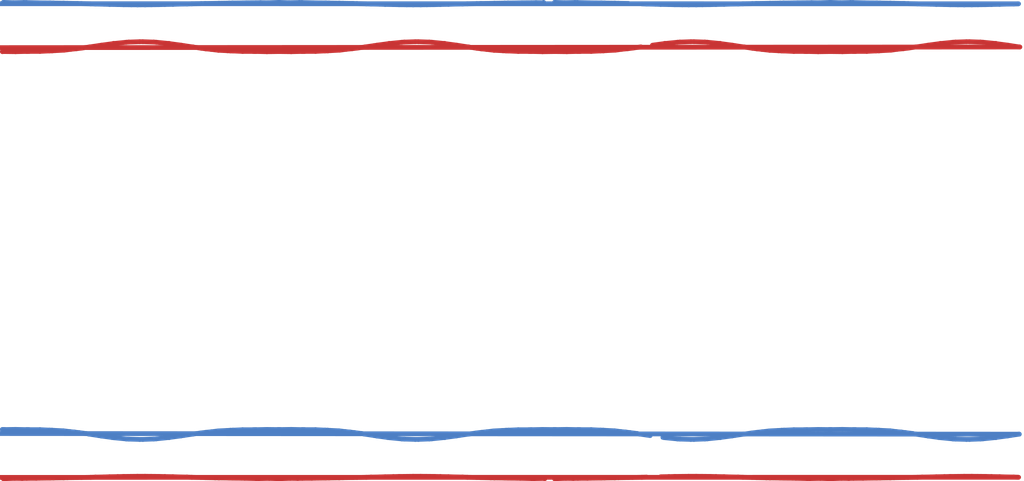
<source format=kicad_pcb>
(kicad_pcb
	(version 20240108)
	(generator "pcbnew")
	(generator_version "8.0")
	(general
		(thickness 1.6)
		(legacy_teardrops no)
	)
	(paper "A4")
	(layers
		(0 "F.Cu" signal)
		(31 "B.Cu" signal)
		(32 "B.Adhes" user "B.Adhesive")
		(33 "F.Adhes" user "F.Adhesive")
		(34 "B.Paste" user)
		(35 "F.Paste" user)
		(36 "B.SilkS" user "B.Silkscreen")
		(37 "F.SilkS" user "F.Silkscreen")
		(38 "B.Mask" user)
		(39 "F.Mask" user)
		(40 "Dwgs.User" user "User.Drawings")
		(41 "Cmts.User" user "User.Comments")
		(42 "Eco1.User" user "User.Eco1")
		(43 "Eco2.User" user "User.Eco2")
		(44 "Edge.Cuts" user)
		(45 "Margin" user)
		(46 "B.CrtYd" user "B.Courtyard")
		(47 "F.CrtYd" user "F.Courtyard")
		(48 "B.Fab" user)
		(49 "F.Fab" user)
	)
	(setup
		(pad_to_mask_clearance 0)
		(allow_soldermask_bridges_in_footprints no)
		(pcbplotparams
			(layerselection 0x00010fc_80000001)
			(plot_on_all_layers_selection 0x0000000_00000000)
			(disableapertmacros no)
			(usegerberextensions no)
			(usegerberattributes yes)
			(usegerberadvancedattributes yes)
			(creategerberjobfile yes)
			(dashed_line_dash_ratio 12.000000)
			(dashed_line_gap_ratio 3.000000)
			(svgprecision 4)
			(plotframeref yes)
			(viasonmask no)
			(mode 1)
			(useauxorigin no)
			(hpglpennumber 1)
			(hpglpenspeed 20)
			(hpglpendiameter 15.000000)
			(pdf_front_fp_property_popups yes)
			(pdf_back_fp_property_popups yes)
			(dxfpolygonmode yes)
			(dxfimperialunits yes)
			(dxfusepcbnewfont yes)
			(psnegative no)
			(psa4output no)
			(plotreference yes)
			(plotvalue yes)
			(plotfptext yes)
			(plotinvisibletext no)
			(sketchpadsonfab no)
			(subtractmaskfromsilk no)
			(outputformat 1)
			(mirror no)
			(drillshape 1)
			(scaleselection 1)
			(outputdirectory "")
		)
	)
	(net 1 "")
    (segment (start 237.79 495.8467) (end 254.99 495.55) (width 10.00) (layer F.Cu) (net 1))
    (segment (start 254.99 495.5496) (end 267.19 495.22) (width 10.00) (layer F.Cu) (net 1))
    (segment (start 267.19 495.2151) (end 283.47 495.05) (width 10.00) (layer F.Cu) (net 1))
    (segment (start 283.47 495.0452) (end 296.33 494.90) (width 10.00) (layer F.Cu) (net 1))
    (segment (start 296.33 494.9045) (end 312.23 494.89) (width 10.00) (layer F.Cu) (net 1))
    (segment (start 312.23 494.8867) (end 325.16 494.99) (width 10.00) (layer F.Cu) (net 1))
    (segment (start 325.16 494.9878) (end 341.32 495.13) (width 10.00) (layer F.Cu) (net 1))
    (segment (start 341.32 495.1268) (end 353.69 495.44) (width 10.00) (layer F.Cu) (net 1))
    (segment (start 353.69 495.4408) (end 370.71 495.73) (width 10.00) (layer F.Cu) (net 1))
    (segment (start 370.71 495.7271) (end 382.02 496.16) (width 10.00) (layer F.Cu) (net 1))
    (segment (start 382.02 496.1568) (end 400.28 496.55) (width 10.00) (layer F.Cu) (net 1))
    (segment (start 400.28 496.5473) (end 410.28 496.96) (width 10.00) (layer F.Cu) (net 1))
    (segment (start 410.28 496.9648) (end 429.89 497.41) (width 10.00) (layer F.Cu) (net 1))
    (segment (start 429.89 497.4101) (end 438.54 497.78) (width 10.00) (layer F.Cu) (net 1))
    (segment (start 438.54 497.7753) (end 459.38 498.12) (width 10.00) (layer F.Cu) (net 1))
    (segment (start 459.38 498.1218) (end 467.05 498.28) (width 10.00) (layer F.Cu) (net 1))
    (segment (start 467.05 498.2812) (end 488.62 498.53) (width 10.00) (layer F.Cu) (net 1))
    (segment (start 488.62 498.5309) (end 495.35 498.78) (width 10.00) (layer F.Cu) (net 1))
    (segment (start 495.35 498.7843) (end 514.70 498.92) (width 10.00) (layer F.Cu) (net 1))
    (segment (start 514.70 498.9199) (end 521.28 499.06) (width 10.00) (layer F.Cu) (net 1))
    (segment (start 521.28 499.0629) (end 545.11 499.64) (width 10.00) (layer F.Cu) (net 1))
    (segment (start 545.11 499.6387) (end 547.92 499.49) (width 10.00) (layer F.Cu) (net 1))
    (segment (start 547.92 499.4855) (end 550.58 499.73) (width 10.00) (layer F.Cu) (net 1))
    (segment (start 550.58 499.7278) (end 572.66 499.25) (width 10.00) (layer F.Cu) (net 1))
    (segment (start 572.66 499.2537) (end 593.44 500.00) (width 10.00) (layer F.Cu) (net 1))
    (segment (start 593.44 499.9965) (end 593.57 499.99) (width 10.00) (layer F.Cu) (net 1))
    (segment (start 593.57 499.9901) (end 593.67 500.00) (width 10.00) (layer F.Cu) (net 1))
    (segment (start 593.67 499.9961) (end 617.10 499.16) (width 10.00) (layer F.Cu) (net 1))
    (segment (start 617.10 499.1601) (end 632.27 499.39) (width 10.00) (layer F.Cu) (net 1))
    (segment (start 632.27 499.3947) (end 642.14 499.15) (width 10.00) (layer F.Cu) (net 1))
    (segment (start 642.14 499.1455) (end 662.24 499.06) (width 10.00) (layer F.Cu) (net 1))
    (segment (start 662.24 499.0583) (end 668.87 498.87) (width 10.00) (layer F.Cu) (net 1))
    (segment (start 668.87 498.8654) (end 690.95 498.60) (width 10.00) (layer F.Cu) (net 1))
    (segment (start 690.95 498.6031) (end 698.11 498.42) (width 10.00) (layer F.Cu) (net 1))
    (segment (start 698.11 498.4159) (end 719.44 498.13) (width 10.00) (layer F.Cu) (net 1))
    (segment (start 719.44 498.1265) (end 727.38 497.93) (width 10.00) (layer F.Cu) (net 1))
    (segment (start 727.38 497.9318) (end 747.92 497.63) (width 10.00) (layer F.Cu) (net 1))
    (segment (start 747.92 497.6322) (end 756.72 497.35) (width 10.00) (layer F.Cu) (net 1))
    (segment (start 756.72 497.3475) (end 776.28 496.99) (width 10.00) (layer F.Cu) (net 1))
    (segment (start 776.28 496.9947) (end 786.18 496.63) (width 10.00) (layer F.Cu) (net 1))
    (segment (start 786.18 496.6253) (end 804.57 496.26) (width 10.00) (layer F.Cu) (net 1))
    (segment (start 804.57 496.2644) (end 815.68 495.85) (width 10.00) (layer F.Cu) (net 1))
    (segment (start 815.68 495.8501) (end 832.88 495.55) (width 10.00) (layer F.Cu) (net 1))
    (segment (start 832.88 495.5527) (end 845.08 495.22) (width 10.00) (layer F.Cu) (net 1))
    (segment (start 845.08 495.2182) (end 861.36 495.05) (width 10.00) (layer F.Cu) (net 1))
    (segment (start 861.36 495.0481) (end 874.22 494.91) (width 10.00) (layer F.Cu) (net 1))
    (segment (start 874.22 494.9068) (end 890.12 494.89) (width 10.00) (layer F.Cu) (net 1))
    (segment (start 890.12 494.8884) (end 903.05 494.99) (width 10.00) (layer F.Cu) (net 1))
    (segment (start 903.05 494.9884) (end 919.21 495.13) (width 10.00) (layer F.Cu) (net 1))
    (segment (start 919.21 495.1265) (end 931.58 495.44) (width 10.00) (layer F.Cu) (net 1))
    (segment (start 931.58 495.4393) (end 948.60 495.72) (width 10.00) (layer F.Cu) (net 1))
    (segment (start 948.60 495.7248) (end 959.92 496.15) (width 10.00) (layer F.Cu) (net 1))
    (segment (start 959.92 496.1539) (end 978.17 496.54) (width 10.00) (layer F.Cu) (net 1))
    (segment (start 978.17 496.5438) (end 988.18 496.96) (width 10.00) (layer F.Cu) (net 1))
    (segment (start 988.18 496.9615) (end 1007.79 497.41) (width 10.00) (layer F.Cu) (net 1))
    (segment (start 1007.79 497.4071) (end 1016.45 497.77) (width 10.00) (layer F.Cu) (net 1))
    (segment (start 1016.45 497.7729) (end 1037.28 498.12) (width 10.00) (layer F.Cu) (net 1))
    (segment (start 1037.28 498.1202) (end 1044.96 498.28) (width 10.00) (layer F.Cu) (net 1))
    (segment (start 1044.96 498.2804) (end 1066.53 498.53) (width 10.00) (layer F.Cu) (net 1))
    (segment (start 1066.53 498.5311) (end 1073.29 498.79) (width 10.00) (layer F.Cu) (net 1))
    (segment (start 1073.29 498.7851) (end 1092.60 498.92) (width 10.00) (layer F.Cu) (net 1))
    (segment (start 1092.60 498.9213) (end 1099.25 499.06) (width 10.00) (layer F.Cu) (net 1))
    (segment (start 1099.25 499.0646) (end 1123.01 499.64) (width 10.00) (layer F.Cu) (net 1))
    (segment (start 1123.01 499.6405) (end 1125.92 499.49) (width 10.00) (layer F.Cu) (net 1))
    (segment (start 1125.92 499.4874) (end 1128.45 499.73) (width 10.00) (layer F.Cu) (net 1))
    (segment (start 1128.45 499.7293) (end 1150.65 499.25) (width 10.00) (layer F.Cu) (net 1))
    (segment (start 1150.65 499.2541) (end 1150.65 499.99) (width 10.00) (layer F.Cu) (net 1))
    (segment (start -1140.54 499.9947) (end -1140.43 499.99) (width 10.00) (layer F.Cu) (net 1))
    (segment (start -1140.43 499.9881) (end -1140.29 499.99) (width 10.00) (layer F.Cu) (net 1))
    (segment (start -1140.29 499.9943) (end -1116.80 499.16) (width 10.00) (layer F.Cu) (net 1))
    (segment (start -1116.80 499.1552) (end -1101.35 499.39) (width 10.00) (layer F.Cu) (net 1))
    (segment (start -1101.35 499.3882) (end -1091.58 499.14) (width 10.00) (layer F.Cu) (net 1))
    (segment (start -1091.58 499.1366) (end -1071.54 499.05) (width 10.00) (layer F.Cu) (net 1))
    (segment (start -1071.54 499.0475) (end -1064.88 498.85) (width 10.00) (layer F.Cu) (net 1))
    (segment (start -1064.88 498.8530) (end -1042.81 498.59) (width 10.00) (layer F.Cu) (net 1))
    (segment (start -1042.81 498.5895) (end -1035.62 498.40) (width 10.00) (layer F.Cu) (net 1))
    (segment (start -1035.62 498.4011) (end -1014.30 498.11) (width 10.00) (layer F.Cu) (net 1))
    (segment (start -1014.30 498.1114) (end -1006.33 497.92) (width 10.00) (layer F.Cu) (net 1))
    (segment (start -1006.33 497.9158) (end -985.81 497.62) (width 10.00) (layer F.Cu) (net 1))
    (segment (start -985.81 497.6163) (end -976.97 497.33) (width 10.00) (layer F.Cu) (net 1))
    (segment (start -976.97 497.3305) (end -957.43 496.98) (width 10.00) (layer F.Cu) (net 1))
    (segment (start -957.43 496.9781) (end -947.49 496.61) (width 10.00) (layer F.Cu) (net 1))
    (segment (start -947.49 496.6076) (end -929.12 496.25) (width 10.00) (layer F.Cu) (net 1))
    (segment (start -929.12 496.2472) (end -917.98 495.83) (width 10.00) (layer F.Cu) (net 1))
    (segment (start -917.98 495.8321) (end -900.80 495.54) (width 10.00) (layer F.Cu) (net 1))
    (segment (start -900.80 495.5357) (end -888.57 495.20) (width 10.00) (layer F.Cu) (net 1))
    (segment (start -888.57 495.2015) (end -872.32 495.03) (width 10.00) (layer F.Cu) (net 1))
    (segment (start -872.32 495.0327) (end -859.43 494.89) (width 10.00) (layer F.Cu) (net 1))
    (segment (start -859.43 494.8934) (end -843.55 494.88) (width 10.00) (layer F.Cu) (net 1))
    (segment (start -843.55 494.8768) (end -830.61 494.98) (width 10.00) (layer F.Cu) (net 1))
    (segment (start -830.61 494.9802) (end -814.46 495.12) (width 10.00) (layer F.Cu) (net 1))
    (segment (start -814.46 495.1207) (end -802.08 495.44) (width 10.00) (layer F.Cu) (net 1))
    (segment (start -802.08 495.4374) (end -785.07 495.73) (width 10.00) (layer F.Cu) (net 1))
    (segment (start -785.07 495.7257) (end -773.76 496.16) (width 10.00) (layer F.Cu) (net 1))
    (segment (start -773.76 496.1580) (end -755.51 496.55) (width 10.00) (layer F.Cu) (net 1))
    (segment (start -755.51 496.5507) (end -745.52 496.97) (width 10.00) (layer F.Cu) (net 1))
    (segment (start -745.52 496.9700) (end -725.91 497.42) (width 10.00) (layer F.Cu) (net 1))
    (segment (start -725.91 497.4174) (end -717.28 497.78) (width 10.00) (layer F.Cu) (net 1))
    (segment (start -717.28 497.7833) (end -696.44 498.13) (width 10.00) (layer F.Cu) (net 1))
    (segment (start -696.44 498.1313) (end -688.78 498.29) (width 10.00) (layer F.Cu) (net 1))
    (segment (start -688.78 498.2910) (end -667.21 498.54) (width 10.00) (layer F.Cu) (net 1))
    (segment (start -667.21 498.5411) (end -660.54 498.79) (width 10.00) (layer F.Cu) (net 1))
    (segment (start -660.54 498.7939) (end -641.10 498.93) (width 10.00) (layer F.Cu) (net 1))
    (segment (start -641.10 498.9290) (end -634.66 499.07) (width 10.00) (layer F.Cu) (net 1))
    (segment (start -634.66 499.0712) (end -610.67 499.65) (width 10.00) (layer F.Cu) (net 1))
    (segment (start -610.67 499.6453) (end -608.07 499.49) (width 10.00) (layer F.Cu) (net 1))
    (segment (start -608.07 499.4923) (end -605.18 499.73) (width 10.00) (layer F.Cu) (net 1))
    (segment (start -605.18 499.7330) (end -583.33 499.26) (width 10.00) (layer F.Cu) (net 1))
    (segment (start -583.33 499.2560) (end -562.55 499.99) (width 10.00) (layer F.Cu) (net 1))
    (segment (start -562.55 499.9950) (end -562.43 499.99) (width 10.00) (layer F.Cu) (net 1))
    (segment (start -562.43 499.9884) (end -562.30 499.99) (width 10.00) (layer F.Cu) (net 1))
    (segment (start -562.30 499.9946) (end -538.83 499.15) (width 10.00) (layer F.Cu) (net 1))
    (segment (start -538.83 499.1544) (end -523.48 499.39) (width 10.00) (layer F.Cu) (net 1))
    (segment (start -523.48 499.3874) (end -513.67 499.14) (width 10.00) (layer F.Cu) (net 1))
    (segment (start -513.67 499.1362) (end -493.62 499.05) (width 10.00) (layer F.Cu) (net 1))
    (segment (start -493.62 499.0479) (end -486.96 498.85) (width 10.00) (layer F.Cu) (net 1))
    (segment (start -486.96 498.8541) (end -464.89 498.59) (width 10.00) (layer F.Cu) (net 1))
    (segment (start -464.89 498.5920) (end -457.71 498.40) (width 10.00) (layer F.Cu) (net 1))
    (segment (start -457.71 498.4046) (end -436.39 498.12) (width 10.00) (layer F.Cu) (net 1))
    (segment (start -436.39 498.1161) (end -428.43 497.92) (width 10.00) (layer F.Cu) (net 1))
    (segment (start -428.43 497.9215) (end -407.90 497.62) (width 10.00) (layer F.Cu) (net 1))
    (segment (start -407.90 497.6229) (end -399.07 497.34) (width 10.00) (layer F.Cu) (net 1))
    (segment (start -399.07 497.3383) (end -379.52 496.99) (width 10.00) (layer F.Cu) (net 1))
    (segment (start -379.52 496.9865) (end -369.61 496.62) (width 10.00) (layer F.Cu) (net 1))
    (segment (start -369.61 496.6174) (end -351.22 496.26) (width 10.00) (layer F.Cu) (net 1))
    (segment (start -351.22 496.2576) (end -340.09 495.84) (width 10.00) (layer F.Cu) (net 1))
    (segment (start -340.09 495.8441) (end -322.91 495.55) (width 10.00) (layer F.Cu) (net 1))
    (segment (start -322.91 495.5479) (end -310.70 495.21) (width 10.00) (layer F.Cu) (net 1))
    (segment (start -310.70 495.2146) (end -294.42 495.05) (width 10.00) (layer F.Cu) (net 1))
    (segment (start -294.42 495.0456) (end -281.55 494.91) (width 10.00) (layer F.Cu) (net 1))
    (segment (start -281.55 494.9058) (end -265.65 494.89) (width 10.00) (layer F.Cu) (net 1))
    (segment (start -265.65 494.8885) (end -252.73 494.99) (width 10.00) (layer F.Cu) (net 1))
    (segment (start -252.73 494.9901) (end -236.56 495.13) (width 10.00) (layer F.Cu) (net 1))
    (segment (start -236.56 495.1293) (end -224.20 495.44) (width 10.00) (layer F.Cu) (net 1))
    (segment (start -224.20 495.4436) (end -207.18 495.73) (width 10.00) (layer F.Cu) (net 1))
    (segment (start -207.18 495.7305) (end -195.87 496.16) (width 10.00) (layer F.Cu) (net 1))
    (segment (start -195.87 496.1606) (end -177.61 496.55) (width 10.00) (layer F.Cu) (net 1))
    (segment (start -177.61 496.5519) (end -167.62 496.97) (width 10.00) (layer F.Cu) (net 1))
    (segment (start -167.62 496.9698) (end -148.01 497.42) (width 10.00) (layer F.Cu) (net 1))
    (segment (start -148.01 497.4163) (end -139.37 497.78) (width 10.00) (layer F.Cu) (net 1))
    (segment (start -139.37 497.7817) (end -118.53 498.13) (width 10.00) (layer F.Cu) (net 1))
    (segment (start -118.53 498.1294) (end -110.87 498.29) (width 10.00) (layer F.Cu) (net 1))
    (segment (start -110.87 498.2891) (end -89.29 498.54) (width 10.00) (layer F.Cu) (net 1))
    (segment (start -89.29 498.5396) (end -82.60 498.79) (width 10.00) (layer F.Cu) (net 1))
    (segment (start -82.60 498.7927) (end -63.20 498.93) (width 10.00) (layer F.Cu) (net 1))
    (segment (start -63.20 498.9283) (end -56.69 499.07) (width 10.00) (layer F.Cu) (net 1))
    (segment (start -56.69 499.0708) (end -32.77 499.65) (width 10.00) (layer F.Cu) (net 1))
    (segment (start -32.77 499.6457) (end -30.08 499.49) (width 10.00) (layer F.Cu) (net 1))
    (segment (start -30.08 499.4928) (end -27.31 499.73) (width 10.00) (layer F.Cu) (net 1))
    (segment (start -27.31 499.7337) (end -5.33 499.26) (width 10.00) (layer F.Cu) (net 1))
    (segment (start -5.33 499.2573) (end -5.33 500.00) (width 10.00) (layer F.Cu) (net 1))
    (segment (start 15.45 499.9975) (end 15.57 499.99) (width 10.00) (layer F.Cu) (net 1))
    (segment (start 15.57 499.9913) (end 15.68 500.00) (width 10.00) (layer F.Cu) (net 1))
    (segment (start 15.68 499.9972) (end 39.13 499.16) (width 10.00) (layer F.Cu) (net 1))
    (segment (start 39.13 499.1582) (end 54.39 499.39) (width 10.00) (layer F.Cu) (net 1))
    (segment (start 54.39 499.3919) (end 64.23 499.14) (width 10.00) (layer F.Cu) (net 1))
    (segment (start 64.23 499.1415) (end 84.31 499.05) (width 10.00) (layer F.Cu) (net 1))
    (segment (start 84.31 499.0536) (end 90.95 498.86) (width 10.00) (layer F.Cu) (net 1))
    (segment (start 90.95 498.8602) (end 113.03 498.60) (width 10.00) (layer F.Cu) (net 1))
    (segment (start 113.03 498.5978) (end 120.20 498.41) (width 10.00) (layer F.Cu) (net 1))
    (segment (start 120.20 498.4105) (end 141.53 498.12) (width 10.00) (layer F.Cu) (net 1))
    (segment (start 141.53 498.1216) (end 149.47 497.93) (width 10.00) (layer F.Cu) (net 1))
    (segment (start 149.47 497.9269) (end 170.01 497.63) (width 10.00) (layer F.Cu) (net 1))
    (segment (start 170.01 497.6279) (end 178.82 497.34) (width 10.00) (layer F.Cu) (net 1))
    (segment (start 178.82 497.3433) (end 198.38 496.99) (width 10.00) (layer F.Cu) (net 1))
    (segment (start 198.38 496.9910) (end 208.29 496.62) (width 10.00) (layer F.Cu) (net 1))
    (segment (start 196.41 -406.5910) (end 178.78 -404.00) (width 10.00) (layer F.Cu) (net 1))
    (segment (start 178.78 -403.9952) (end 168.94 -402.76) (width 10.00) (layer F.Cu) (net 1))
    (segment (start 168.94 -402.7621) (end 156.29 -401.55) (width 10.00) (layer F.Cu) (net 1))
    (segment (start 156.29 -401.5532) (end 143.07 -399.69) (width 10.00) (layer F.Cu) (net 1))
    (segment (start 143.07 -399.6868) (end 123.92 -398.73) (width 10.00) (layer F.Cu) (net 1))
    (segment (start 123.92 -398.7298) (end 117.54 -398.28) (width 10.00) (layer F.Cu) (net 1))
    (segment (start 117.54 -398.2848) (end 111.55 -398.12) (width 10.00) (layer F.Cu) (net 1))
    (segment (start 111.55 -398.1150) (end 92.05 -397.11) (width 10.00) (layer F.Cu) (net 1))
    (segment (start 92.05 -397.1098) (end 69.24 -397.09) (width 10.00) (layer F.Cu) (net 1))
    (segment (start 69.24 -397.0946) (end 66.56 -397.03) (width 10.00) (layer F.Cu) (net 1))
    (segment (start 66.56 -397.0284) (end 63.51 -397.00) (width 10.00) (layer F.Cu) (net 1))
    (segment (start 63.51 -397.0037) (end 41.06 -396.47) (width 10.00) (layer F.Cu) (net 1))
    (segment (start 41.06 -396.4699) (end 17.52 -396.76) (width 10.00) (layer F.Cu) (net 1))
    (segment (start 17.52 -396.7602) (end 15.57 -396.74) (width 10.00) (layer F.Cu) (net 1))
    (segment (start 15.57 -396.7430) (end 13.20 -396.75) (width 10.00) (layer F.Cu) (net 1))
    (segment (start 13.20 -396.7538) (end -9.92 -396.43) (width 10.00) (layer F.Cu) (net 1))
    (segment (start -9.92 -396.4285) (end -33.05 -396.94) (width 10.00) (layer F.Cu) (net 1))
    (segment (start -33.05 -396.9436) (end -35.42 -396.96) (width 10.00) (layer F.Cu) (net 1))
    (segment (start -35.42 -396.9645) (end -38.49 -397.02) (width 10.00) (layer F.Cu) (net 1))
    (segment (start -38.49 -397.0224) (end -60.91 -397.03) (width 10.00) (layer F.Cu) (net 1))
    (segment (start -60.91 -397.0301) (end -81.65 -397.99) (width 10.00) (layer F.Cu) (net 1))
    (segment (start -81.65 -397.9852) (end -86.34 -398.14) (width 10.00) (layer F.Cu) (net 1))
    (segment (start -86.34 -398.1363) (end -92.95 -398.50) (width 10.00) (layer F.Cu) (net 1))
    (segment (start -92.95 -398.5031) (end -111.74 -399.42) (width 10.00) (layer F.Cu) (net 1))
    (segment (start -111.74 -399.4233) (end -127.56 -401.34) (width 10.00) (layer F.Cu) (net 1))
    (segment (start -127.56 -401.3404) (end -138.21 -402.48) (width 10.00) (layer F.Cu) (net 1))
    (segment (start -138.21 -402.4825) (end -148.02 -403.73) (width 10.00) (layer F.Cu) (net 1))
    (segment (start -148.02 -403.7261) (end -164.80 -406.33) (width 10.00) (layer F.Cu) (net 1))
    (segment (start -164.80 -406.3290) (end -183.23 -409.04) (width 10.00) (layer F.Cu) (net 1))
    (segment (start -183.23 -409.0413) (end -189.44 -410.09) (width 10.00) (layer F.Cu) (net 1))
    (segment (start -189.44 -410.0886) (end -213.49 -413.31) (width 10.00) (layer F.Cu) (net 1))
    (segment (start -213.49 -413.3141) (end -215.39 -413.63) (width 10.00) (layer F.Cu) (net 1))
    (segment (start -215.39 -413.6259) (end -215.94 -413.68) (width 10.00) (layer F.Cu) (net 1))
    (segment (start -215.94 -413.6844) (end -242.20 -416.33) (width 10.00) (layer F.Cu) (net 1))
    (segment (start -242.20 -416.3287) (end -247.30 -416.62) (width 10.00) (layer F.Cu) (net 1))
    (segment (start -247.30 -416.6228) (end -270.24 -417.43) (width 10.00) (layer F.Cu) (net 1))
    (segment (start -270.24 -417.4261) (end -276.87 -417.43) (width 10.00) (layer F.Cu) (net 1))
    (segment (start -276.87 -417.4319) (end -299.78 -416.60) (width 10.00) (layer F.Cu) (net 1))
    (segment (start -299.78 -416.5978) (end -304.84 -416.31) (width 10.00) (layer F.Cu) (net 1))
    (segment (start -304.84 -416.3139) (end -330.97 -413.65) (width 10.00) (layer F.Cu) (net 1))
    (segment (start -330.97 -413.6512) (end -331.47 -413.60) (width 10.00) (layer F.Cu) (net 1))
    (segment (start -331.47 -413.5984) (end -333.56 -413.31) (width 10.00) (layer F.Cu) (net 1))
    (segment (start -333.56 -413.3141) (end -357.36 -410.12) (width 10.00) (layer F.Cu) (net 1))
    (segment (start -357.36 -410.1218) (end -363.87 -409.07) (width 10.00) (layer F.Cu) (net 1))
    (segment (start -363.87 -409.0659) (end -381.45 -406.57) (width 10.00) (layer F.Cu) (net 1))
    (segment (start -381.45 -406.5716) (end -399.09 -403.97) (width 10.00) (layer F.Cu) (net 1))
    (segment (start -399.09 -403.9722) (end -409.00 -402.74) (width 10.00) (layer F.Cu) (net 1))
    (segment (start -409.00 -402.7443) (end -421.22 -401.54) (width 10.00) (layer F.Cu) (net 1))
    (segment (start -421.22 -401.5407) (end -434.92 -399.67) (width 10.00) (layer F.Cu) (net 1))
    (segment (start -434.92 -399.6735) (end -453.82 -398.72) (width 10.00) (layer F.Cu) (net 1))
    (segment (start -453.82 -398.7190) (end -460.45 -398.28) (width 10.00) (layer F.Cu) (net 1))
    (segment (start -460.45 -398.2771) (end -466.20 -398.11) (width 10.00) (layer F.Cu) (net 1))
    (segment (start -466.20 -398.1085) (end -485.95 -397.11) (width 10.00) (layer F.Cu) (net 1))
    (segment (start -485.95 -397.1058) (end -508.62 -397.09) (width 10.00) (layer F.Cu) (net 1))
    (segment (start -508.62 -397.0935) (end -511.44 -397.03) (width 10.00) (layer F.Cu) (net 1))
    (segment (start -511.44 -397.0277) (end -514.35 -397.00) (width 10.00) (layer F.Cu) (net 1))
    (segment (start -514.35 -397.0034) (end -536.94 -396.47) (width 10.00) (layer F.Cu) (net 1))
    (segment (start -536.94 -396.4722) (end -560.36 -396.76) (width 10.00) (layer F.Cu) (net 1))
    (segment (start -560.36 -396.7642) (end -562.43 -396.75) (width 10.00) (layer F.Cu) (net 1))
    (segment (start -562.43 -396.7471) (end -564.70 -396.76) (width 10.00) (layer F.Cu) (net 1))
    (segment (start -564.70 -396.7580) (end -587.92 -396.43) (width 10.00) (layer F.Cu) (net 1))
    (segment (start -587.92 -396.4325) (end -610.91 -396.95) (width 10.00) (layer F.Cu) (net 1))
    (segment (start -610.91 -396.9465) (end -613.42 -396.97) (width 10.00) (layer F.Cu) (net 1))
    (segment (start -613.42 -396.9674) (end -616.36 -397.03) (width 10.00) (layer F.Cu) (net 1))
    (segment (start -616.36 -397.0255) (end -638.91 -397.03) (width 10.00) (layer F.Cu) (net 1))
    (segment (start -638.91 -397.0322) (end -659.42 -397.99) (width 10.00) (layer F.Cu) (net 1))
    (segment (start -659.42 -397.9869) (end -664.34 -398.14) (width 10.00) (layer F.Cu) (net 1))
    (segment (start -664.34 -398.1382) (end -670.71 -398.51) (width 10.00) (layer F.Cu) (net 1))
    (segment (start -670.71 -398.5055) (end -689.73 -399.43) (width 10.00) (layer F.Cu) (net 1))
    (segment (start -689.73 -399.4254) (end -705.11 -401.34) (width 10.00) (layer F.Cu) (net 1))
    (segment (start -705.11 -401.3416) (end -716.18 -402.48) (width 10.00) (layer F.Cu) (net 1))
    (segment (start -716.18 -402.4840) (end -725.86 -403.73) (width 10.00) (layer F.Cu) (net 1))
    (segment (start -725.86 -403.7282) (end -742.68 -406.33) (width 10.00) (layer F.Cu) (net 1))
    (segment (start -742.68 -406.3308) (end -761.14 -409.05) (width 10.00) (layer F.Cu) (net 1))
    (segment (start -761.14 -409.0454) (end -767.37 -410.09) (width 10.00) (layer F.Cu) (net 1))
    (segment (start -767.37 -410.0923) (end -791.30 -413.31) (width 10.00) (layer F.Cu) (net 1))
    (segment (start -791.30 -413.3141) (end -793.37 -413.63) (width 10.00) (layer F.Cu) (net 1))
    (segment (start -793.37 -413.6334) (end -793.94 -413.69) (width 10.00) (layer F.Cu) (net 1))
    (segment (start -793.94 -413.6933) (end -820.12 -416.34) (width 10.00) (layer F.Cu) (net 1))
    (segment (start -820.12 -416.3389) (end -825.24 -416.63) (width 10.00) (layer F.Cu) (net 1))
    (segment (start -825.24 -416.6341) (end -848.15 -417.44) (width 10.00) (layer F.Cu) (net 1))
    (segment (start -848.15 -417.4369) (end -854.79 -417.44) (width 10.00) (layer F.Cu) (net 1))
    (segment (start -854.79 -417.4423) (end -877.70 -416.61) (width 10.00) (layer F.Cu) (net 1))
    (segment (start -877.70 -416.6066) (end -882.78 -416.32) (width 10.00) (layer F.Cu) (net 1))
    (segment (start -882.78 -416.3214) (end -908.95 -413.66) (width 10.00) (layer F.Cu) (net 1))
    (segment (start -908.95 -413.6558) (end -909.46 -413.60) (width 10.00) (layer F.Cu) (net 1))
    (segment (start -909.46 -413.6022) (end -911.46 -413.31) (width 10.00) (layer F.Cu) (net 1))
    (segment (start -911.46 -413.3141) (end -935.29 -410.12) (width 10.00) (layer F.Cu) (net 1))
    (segment (start -935.29 -410.1217) (end -941.79 -409.06) (width 10.00) (layer F.Cu) (net 1))
    (segment (start -941.79 -409.0641) (end -959.31 -406.57) (width 10.00) (layer F.Cu) (net 1))
    (segment (start -959.31 -406.5681) (end -976.95 -403.96) (width 10.00) (layer F.Cu) (net 1))
    (segment (start -976.95 -403.9649) (end -986.94 -402.74) (width 10.00) (layer F.Cu) (net 1))
    (segment (start -986.94 -402.7377) (end -998.75 -401.54) (width 10.00) (layer F.Cu) (net 1))
    (segment (start -998.75 -401.5364) (end -1012.92 -399.67) (width 10.00) (layer F.Cu) (net 1))
    (segment (start -1012.92 -399.6697) (end -1031.54 -398.72) (width 10.00) (layer F.Cu) (net 1))
    (segment (start -1031.54 -398.7224) (end -1038.45 -398.28) (width 10.00) (layer F.Cu) (net 1))
    (segment (start -1038.45 -398.2820) (end -1043.98 -398.11) (width 10.00) (layer F.Cu) (net 1))
    (segment (start -1043.98 -398.1145) (end -1063.95 -397.12) (width 10.00) (layer F.Cu) (net 1))
    (segment (start -1063.95 -397.1203) (end -1086.43 -397.11) (width 10.00) (layer F.Cu) (net 1))
    (segment (start -1086.43 -397.1117) (end -1089.44 -397.05) (width 10.00) (layer F.Cu) (net 1))
    (segment (start -1089.44 -397.0453) (end -1092.26 -397.02) (width 10.00) (layer F.Cu) (net 1))
    (segment (start -1092.26 -397.0201) (end -1114.93 -396.49) (width 10.00) (layer F.Cu) (net 1))
    (segment (start -1114.93 -396.4855) (end -1138.24 -396.77) (width 10.00) (layer F.Cu) (net 1))
    (segment (start -1138.24 -396.7678) (end -1140.43 -396.75) (width 10.00) (layer F.Cu) (net 1))
    (segment (start -1140.43 -396.7499) (end -1142.59 -396.76) (width 10.00) (layer F.Cu) (net 1))
    (segment (start -1142.59 -396.7601) (end -1142.59 -396.43) (width 10.00) (layer F.Cu) (net 1))
    (segment (start 1146.07 -396.4250) (end 1122.67 -396.93) (width 10.00) (layer F.Cu) (net 1))
    (segment (start 1122.67 -396.9335) (end 1120.58 -396.95) (width 10.00) (layer F.Cu) (net 1))
    (segment (start 1120.58 -396.9537) (end 1117.27 -397.01) (width 10.00) (layer F.Cu) (net 1))
    (segment (start 1117.27 -397.0108) (end 1095.08 -397.02) (width 10.00) (layer F.Cu) (net 1))
    (segment (start 1095.08 -397.0160) (end 1073.87 -397.97) (width 10.00) (layer F.Cu) (net 1))
    (segment (start 1073.87 -397.9726) (end 1069.65 -398.12) (width 10.00) (layer F.Cu) (net 1))
    (segment (start 1069.65 -398.1230) (end 1062.58 -398.49) (width 10.00) (layer F.Cu) (net 1))
    (segment (start 1062.58 -398.4881) (end 1044.26 -399.41) (width 10.00) (layer F.Cu) (net 1))
    (segment (start 1044.26 -399.4117) (end 1027.53 -401.33) (width 10.00) (layer F.Cu) (net 1))
    (segment (start 1027.53 -401.3330) (end 1017.73 -402.47) (width 10.00) (layer F.Cu) (net 1))
    (segment (start 1017.73 -402.4747) (end 1007.66 -403.72) (width 10.00) (layer F.Cu) (net 1))
    (segment (start 1007.66 -403.7186) (end 990.97 -406.33) (width 10.00) (layer F.Cu) (net 1))
    (segment (start 990.97 -406.3267) (end 972.60 -409.04) (width 10.00) (layer F.Cu) (net 1))
    (segment (start 972.60 -409.0433) (end 966.43 -410.09) (width 10.00) (layer F.Cu) (net 1))
    (segment (start 966.43 -410.0916) (end 942.29 -413.31) (width 10.00) (layer F.Cu) (net 1))
    (segment (start 942.29 -413.3141) (end 940.60 -413.63) (width 10.00) (layer F.Cu) (net 1))
    (segment (start 940.60 -413.6342) (end 940.03 -413.69) (width 10.00) (layer F.Cu) (net 1))
    (segment (start 940.03 -413.6942) (end 913.68 -416.34) (width 10.00) (layer F.Cu) (net 1))
    (segment (start 913.68 -416.3380) (end 908.55 -416.63) (width 10.00) (layer F.Cu) (net 1))
    (segment (start 908.55 -416.6326) (end 885.61 -417.43) (width 10.00) (layer F.Cu) (net 1))
    (segment (start 885.61 -417.4329) (end 878.97 -417.44) (width 10.00) (layer F.Cu) (net 1))
    (segment (start 878.97 -417.4378) (end 856.08 -416.60) (width 10.00) (layer F.Cu) (net 1))
    (segment (start 856.08 -416.6011) (end 851.03 -416.32) (width 10.00) (layer F.Cu) (net 1))
    (segment (start 851.03 -416.3166) (end 825.01 -413.65) (width 10.00) (layer F.Cu) (net 1))
    (segment (start 825.01 -413.6529) (end 824.51 -413.60) (width 10.00) (layer F.Cu) (net 1))
    (segment (start 824.51 -413.5999) (end 822.18 -413.31) (width 10.00) (layer F.Cu) (net 1))
    (segment (start 822.18 -413.3141) (end 798.49 -410.12) (width 10.00) (layer F.Cu) (net 1))
    (segment (start 798.49 -410.1231) (end 791.98 -409.07) (width 10.00) (layer F.Cu) (net 1))
    (segment (start 791.98 -409.0677) (end 774.30 -406.57) (width 10.00) (layer F.Cu) (net 1))
    (segment (start 774.30 -406.5730) (end 756.60 -403.97) (width 10.00) (layer F.Cu) (net 1))
    (segment (start 756.60 -403.9748) (end 746.90 -402.75) (width 10.00) (layer F.Cu) (net 1))
    (segment (start 746.90 -402.7465) (end 733.86 -401.54) (width 10.00) (layer F.Cu) (net 1))
    (segment (start 733.86 -401.5435) (end 721.07 -399.68) (width 10.00) (layer F.Cu) (net 1))
    (segment (start 721.07 -399.6799) (end 701.65 -398.73) (width 10.00) (layer F.Cu) (net 1))
    (segment (start 701.65 -398.7316) (end 695.54 -398.29) (width 10.00) (layer F.Cu) (net 1))
    (segment (start 695.54 -398.2891) (end 689.30 -398.12) (width 10.00) (layer F.Cu) (net 1))
    (segment (start 689.30 -398.1206) (end 670.05 -397.12) (width 10.00) (layer F.Cu) (net 1))
    (segment (start 670.05 -397.1233) (end 647.13 -397.11) (width 10.00) (layer F.Cu) (net 1))
    (segment (start 647.13 -397.1111) (end 644.55 -397.04) (width 10.00) (layer F.Cu) (net 1))
    (segment (start 644.55 -397.0444) (end 641.33 -397.02) (width 10.00) (layer F.Cu) (net 1))
    (segment (start 641.33 -397.0192) (end 619.06 -396.48) (width 10.00) (layer F.Cu) (net 1))
    (segment (start 619.06 -396.4823) (end 595.42 -396.76) (width 10.00) (layer F.Cu) (net 1))
    (segment (start 595.42 -396.7638) (end 593.57 -396.75) (width 10.00) (layer F.Cu) (net 1))
    (segment (start 593.57 -396.7458) (end 591.09 -396.76) (width 10.00) (layer F.Cu) (net 1))
    (segment (start 591.09 -396.7559) (end 568.07 -396.42) (width 10.00) (layer F.Cu) (net 1))
    (segment (start 568.07 -396.4205) (end 544.79 -396.93) (width 10.00) (layer F.Cu) (net 1))
    (segment (start 544.79 -396.9288) (end 542.58 -396.95) (width 10.00) (layer F.Cu) (net 1))
    (segment (start 542.58 -396.9487) (end 539.42 -397.01) (width 10.00) (layer F.Cu) (net 1))
    (segment (start 539.42 -397.0055) (end 517.09 -397.01) (width 10.00) (layer F.Cu) (net 1))
    (segment (start 517.09 -397.0106) (end 496.08 -397.97) (width 10.00) (layer F.Cu) (net 1))
    (segment (start 496.08 -397.9675) (end 491.65 -398.12) (width 10.00) (layer F.Cu) (net 1))
    (segment (start 491.65 -398.1174) (end 484.85 -398.48) (width 10.00) (layer F.Cu) (net 1))
    (segment (start 484.85 -398.4813) (end 466.26 -399.41) (width 10.00) (layer F.Cu) (net 1))
    (segment (start 466.26 -399.4057) (end 449.96 -401.33) (width 10.00) (layer F.Cu) (net 1))
    (segment (start 449.96 -401.3282) (end 439.75 -402.47) (width 10.00) (layer F.Cu) (net 1))
    (segment (start 439.75 -402.4685) (end 429.83 -403.71) (width 10.00) (layer F.Cu) (net 1))
    (segment (start 429.83 -403.7104) (end 413.08 -406.32) (width 10.00) (layer F.Cu) (net 1))
    (segment (start 413.08 -406.3199) (end 394.70 -409.03) (width 10.00) (layer F.Cu) (net 1))
    (segment (start 394.70 -409.0343) (end 388.49 -410.08) (width 10.00) (layer F.Cu) (net 1))
    (segment (start 388.49 -410.0847) (end 364.39 -413.31) (width 10.00) (layer F.Cu) (net 1))
    (segment (start 364.39 -413.3141) (end 362.60 -413.63) (width 10.00) (layer F.Cu) (net 1))
    (segment (start 362.60 -413.6282) (end 362.04 -413.69) (width 10.00) (layer F.Cu) (net 1))
    (segment (start 362.04 -413.6872) (end 335.74 -416.34) (width 10.00) (layer F.Cu) (net 1))
    (segment (start 335.74 -416.3356) (end 330.62 -416.63) (width 10.00) (layer F.Cu) (net 1))
    (segment (start 330.62 -416.6309) (end 307.69 -417.44) (width 10.00) (layer F.Cu) (net 1))
    (segment (start 307.69 -417.4357) (end 301.04 -417.44) (width 10.00) (layer F.Cu) (net 1))
    (segment (start 301.04 -417.4417) (end 278.16 -416.61) (width 10.00) (layer F.Cu) (net 1))
    (segment (start 278.16 -416.6105) (end 273.09 -416.33) (width 10.00) (layer F.Cu) (net 1))
    (segment (start 273.09 -416.3259) (end 247.03 -413.67) (width 10.00) (layer F.Cu) (net 1))
    (segment (start 247.03 -413.6704) (end 246.51 -413.61) (width 10.00) (layer F.Cu) (net 1))
    (segment (start 246.51 -413.6147) (end 244.17 -413.31) (width 10.00) (layer F.Cu) (net 1))
    (segment (start 244.17 -413.3141) (end 220.55 -410.14) (width 10.00) (layer F.Cu) (net 1))
    (segment (start 215.76 409.4647) (end 194.79 406.38) (width 10.00) (layer B.Cu) (net 1))
    (segment (start 194.79 406.3830) (end 188.01 405.02) (width 10.00) (layer B.Cu) (net 1))
    (segment (start 188.01 405.0157) (end 173.71 403.22) (width 10.00) (layer B.Cu) (net 1))
    (segment (start 173.71 403.2206) (end 164.11 401.96) (width 10.00) (layer B.Cu) (net 1))
    (segment (start 164.11 401.9638) (end 154.68 401.12) (width 10.00) (layer B.Cu) (net 1))
    (segment (start 154.68 401.1220) (end 141.49 399.41) (width 10.00) (layer B.Cu) (net 1))
    (segment (start 141.49 399.4061) (end 122.85 398.51) (width 10.00) (layer B.Cu) (net 1))
    (segment (start 122.85 398.5132) (end 117.29 398.15) (width 10.00) (layer B.Cu) (net 1))
    (segment (start 117.29 398.1454) (end 111.86 398.00) (width 10.00) (layer B.Cu) (net 1))
    (segment (start 111.86 397.9979) (end 92.05 397.02) (width 10.00) (layer B.Cu) (net 1))
    (segment (start 92.05 397.0190) (end 69.07 397.02) (width 10.00) (layer B.Cu) (net 1))
    (segment (start 69.07 397.0174) (end 66.56 396.96) (width 10.00) (layer B.Cu) (net 1))
    (segment (start 66.56 396.9590) (end 63.68 396.94) (width 10.00) (layer B.Cu) (net 1))
    (segment (start 63.68 396.9405) (end 41.06 396.45) (width 10.00) (layer B.Cu) (net 1))
    (segment (start 41.06 396.4526) (end 17.62 396.81) (width 10.00) (layer B.Cu) (net 1))
    (segment (start 17.62 396.8068) (end 15.57 396.80) (width 10.00) (layer B.Cu) (net 1))
    (segment (start 15.57 396.7972) (end 13.04 396.82) (width 10.00) (layer B.Cu) (net 1))
    (segment (start 13.04 396.8161) (end -9.92 396.54) (width 10.00) (layer B.Cu) (net 1))
    (segment (start -9.92 396.5390) (end -32.77 397.07) (width 10.00) (layer B.Cu) (net 1))
    (segment (start -32.77 397.0656) (end -35.42 397.09) (width 10.00) (layer B.Cu) (net 1))
    (segment (start -35.42 397.0903) (end -38.84 397.16) (width 10.00) (layer B.Cu) (net 1))
    (segment (start -38.84 397.1564) (end -60.91 397.16) (width 10.00) (layer B.Cu) (net 1))
    (segment (start -60.91 397.1570) (end -81.34 398.12) (width 10.00) (layer B.Cu) (net 1))
    (segment (start -81.34 398.1228) (end -86.40 398.28) (width 10.00) (layer B.Cu) (net 1))
    (segment (start -86.40 398.2842) (end -93.83 398.71) (width 10.00) (layer B.Cu) (net 1))
    (segment (start -93.83 398.7058) (end -111.90 399.61) (width 10.00) (layer B.Cu) (net 1))
    (segment (start -111.90 399.6109) (end -127.23 401.47) (width 10.00) (layer B.Cu) (net 1))
    (segment (start -127.23 401.4651) (end -138.07 402.62) (width 10.00) (layer B.Cu) (net 1))
    (segment (start -138.07 402.6242) (end -148.08 403.82) (width 10.00) (layer B.Cu) (net 1))
    (segment (start -148.08 403.8166) (end -165.95 406.45) (width 10.00) (layer B.Cu) (net 1))
    (segment (start -165.95 406.4472) (end -183.11 408.91) (width 10.00) (layer B.Cu) (net 1))
    (segment (start -183.11 408.9148) (end -189.89 410.02) (width 10.00) (layer B.Cu) (net 1))
    (segment (start -189.89 410.0220) (end -214.37 413.31) (width 10.00) (layer B.Cu) (net 1))
    (segment (start -214.37 413.3141) (end -215.49 413.50) (width 10.00) (layer B.Cu) (net 1))
    (segment (start -215.49 413.4981) (end -215.81 413.53) (width 10.00) (layer B.Cu) (net 1))
    (segment (start -215.81 413.5325) (end -242.27 416.24) (width 10.00) (layer B.Cu) (net 1))
    (segment (start -242.27 416.2374) (end -247.22 416.52) (width 10.00) (layer B.Cu) (net 1))
    (segment (start -247.22 416.5223) (end -270.24 417.42) (width 10.00) (layer B.Cu) (net 1))
    (segment (start -270.24 417.4198) (end -276.87 417.44) (width 10.00) (layer B.Cu) (net 1))
    (segment (start -276.87 417.4377) (end -299.66 416.75) (width 10.00) (layer B.Cu) (net 1))
    (segment (start -299.66 416.7460) (end -304.96 416.46) (width 10.00) (layer B.Cu) (net 1))
    (segment (start -304.96 416.4605) (end -330.76 413.93) (width 10.00) (layer B.Cu) (net 1))
    (segment (start -330.76 413.9278) (end -331.66 413.83) (width 10.00) (layer B.Cu) (net 1))
    (segment (start -331.66 413.8317) (end -335.41 413.31) (width 10.00) (layer B.Cu) (net 1))
    (segment (start -335.41 413.3141) (end -357.48 410.30) (width 10.00) (layer B.Cu) (net 1))
    (segment (start -357.48 410.2967) (end -362.20 409.49) (width 10.00) (layer B.Cu) (net 1))
    (segment (start -362.20 409.4880) (end -382.98 406.40) (width 10.00) (layer B.Cu) (net 1))
    (segment (start -382.98 406.3993) (end -389.98 405.04) (width 10.00) (layer B.Cu) (net 1))
    (segment (start -389.98 405.0353) (end -404.01 403.24) (width 10.00) (layer B.Cu) (net 1))
    (segment (start -404.01 403.2426) (end -413.88 401.98) (width 10.00) (layer B.Cu) (net 1))
    (segment (start -413.88 401.9792) (end -423.04 401.13) (width 10.00) (layer B.Cu) (net 1))
    (segment (start -423.04 401.1339) (end -436.51 399.42) (width 10.00) (layer B.Cu) (net 1))
    (segment (start -436.51 399.4195) (end -454.90 398.53) (width 10.00) (layer B.Cu) (net 1))
    (segment (start -454.90 398.5283) (end -460.71 398.16) (width 10.00) (layer B.Cu) (net 1))
    (segment (start -460.71 398.1582) (end -465.95 398.01) (width 10.00) (layer B.Cu) (net 1))
    (segment (start -465.95 398.0100) (end -485.95 397.03) (width 10.00) (layer B.Cu) (net 1))
    (segment (start -485.95 397.0322) (end -508.77 397.03) (width 10.00) (layer B.Cu) (net 1))
    (segment (start -508.77 397.0281) (end -511.44 396.97) (width 10.00) (layer B.Cu) (net 1))
    (segment (start -511.44 396.9687) (end -514.21 396.95) (width 10.00) (layer B.Cu) (net 1))
    (segment (start -514.21 396.9494) (end -536.94 396.45) (width 10.00) (layer B.Cu) (net 1))
    (segment (start -536.94 396.4549) (end -560.27 396.80) (width 10.00) (layer B.Cu) (net 1))
    (segment (start -560.27 396.8011) (end -562.43 396.79) (width 10.00) (layer B.Cu) (net 1))
    (segment (start -562.43 396.7907) (end -564.83 396.81) (width 10.00) (layer B.Cu) (net 1))
    (segment (start -564.83 396.8088) (end -587.92 396.53) (width 10.00) (layer B.Cu) (net 1))
    (segment (start -587.92 396.5250) (end -610.67 397.05) (width 10.00) (layer B.Cu) (net 1))
    (segment (start -610.67 397.0490) (end -613.42 397.07) (width 10.00) (layer B.Cu) (net 1))
    (segment (start -613.42 397.0729) (end -616.64 397.14) (width 10.00) (layer B.Cu) (net 1))
    (segment (start -616.64 397.1378) (end -638.91 397.14) (width 10.00) (layer B.Cu) (net 1))
    (segment (start -638.91 397.1374) (end -659.14 398.11) (width 10.00) (layer B.Cu) (net 1))
    (segment (start -659.14 398.1051) (end -664.40 398.27) (width 10.00) (layer B.Cu) (net 1))
    (segment (start -664.40 398.2652) (end -671.50 398.68) (width 10.00) (layer B.Cu) (net 1))
    (segment (start -671.50 398.6838) (end -689.90 399.59) (width 10.00) (layer B.Cu) (net 1))
    (segment (start -689.90 399.5931) (end -704.81 401.45) (width 10.00) (layer B.Cu) (net 1))
    (segment (start -704.81 401.4544) (end -716.03 402.61) (width 10.00) (layer B.Cu) (net 1))
    (segment (start -716.03 402.6131) (end -725.91 403.81) (width 10.00) (layer B.Cu) (net 1))
    (segment (start -725.91 403.8067) (end -743.82 406.45) (width 10.00) (layer B.Cu) (net 1))
    (segment (start -743.82 406.4452) (end -761.04 408.92) (width 10.00) (layer B.Cu) (net 1))
    (segment (start -761.04 408.9206) (end -767.80 410.03) (width 10.00) (layer B.Cu) (net 1))
    (segment (start -767.80 410.0286) (end -792.16 413.31) (width 10.00) (layer B.Cu) (net 1))
    (segment (start -792.16 413.3141) (end -793.47 413.52) (width 10.00) (layer B.Cu) (net 1))
    (segment (start -793.47 413.5168) (end -793.82 413.55) (width 10.00) (layer B.Cu) (net 1))
    (segment (start -793.82 413.5548) (end -820.18 416.27) (width 10.00) (layer B.Cu) (net 1))
    (segment (start -820.18 416.2657) (end -825.18 416.56) (width 10.00) (layer B.Cu) (net 1))
    (segment (start -825.18 416.5552) (end -848.13 417.46) (width 10.00) (layer B.Cu) (net 1))
    (segment (start -848.13 417.4556) (end -854.82 417.47) (width 10.00) (layer B.Cu) (net 1))
    (segment (start -854.82 417.4748) (end -877.56 416.79) (width 10.00) (layer B.Cu) (net 1))
    (segment (start -877.56 416.7855) (end -882.92 416.50) (width 10.00) (layer B.Cu) (net 1))
    (segment (start -882.92 416.4965) (end -908.71 413.97) (width 10.00) (layer B.Cu) (net 1))
    (segment (start -908.71 413.9656) (end -909.67 413.86) (width 10.00) (layer B.Cu) (net 1))
    (segment (start -909.67 413.8634) (end -913.43 413.31) (width 10.00) (layer B.Cu) (net 1))
    (segment (start -913.43 413.3141) (end -935.42 410.32) (width 10.00) (layer B.Cu) (net 1))
    (segment (start -935.42 410.3191) (end -940.15 409.51) (width 10.00) (layer B.Cu) (net 1))
    (segment (start -940.15 409.5149) (end -960.74 406.41) (width 10.00) (layer B.Cu) (net 1))
    (segment (start -960.74 406.4141) (end -967.98 405.05) (width 10.00) (layer B.Cu) (net 1))
    (segment (start -967.98 405.0519) (end -981.73 403.26) (width 10.00) (layer B.Cu) (net 1))
    (segment (start -981.73 403.2593) (end -991.87 401.99) (width 10.00) (layer B.Cu) (net 1))
    (segment (start -991.87 401.9889) (end -1000.74 401.14) (width 10.00) (layer B.Cu) (net 1))
    (segment (start -1000.74 401.1393) (end -1014.50 399.42) (width 10.00) (layer B.Cu) (net 1))
    (segment (start -1014.50 399.4214) (end -1032.70 398.52) (width 10.00) (layer B.Cu) (net 1))
    (segment (start -1032.70 398.5222) (end -1038.70 398.15) (width 10.00) (layer B.Cu) (net 1))
    (segment (start -1038.70 398.1505) (end -1043.70 398.00) (width 10.00) (layer B.Cu) (net 1))
    (segment (start -1043.70 398.0011) (end -1063.95 397.02) (width 10.00) (layer B.Cu) (net 1))
    (segment (start -1063.95 397.0150) (end -1086.68 397.01) (width 10.00) (layer B.Cu) (net 1))
    (segment (start -1086.68 397.0083) (end -1089.44 396.95) (width 10.00) (layer B.Cu) (net 1))
    (segment (start -1089.44 396.9496) (end -1092.04 396.93) (width 10.00) (layer B.Cu) (net 1))
    (segment (start -1092.04 396.9310) (end -1114.93 396.44) (width 10.00) (layer B.Cu) (net 1))
    (segment (start -1114.93 396.4411) (end -1138.16 396.80) (width 10.00) (layer B.Cu) (net 1))
    (segment (start -1138.16 396.7995) (end -1140.43 396.79) (width 10.00) (layer B.Cu) (net 1))
    (segment (start -1140.43 396.7902) (end -1142.72 396.81) (width 10.00) (layer B.Cu) (net 1))
    (segment (start -1142.72 396.8096) (end -1142.72 396.54) (width 10.00) (layer B.Cu) (net 1))
    (segment (start 1146.07 396.5386) (end 1122.95 397.07) (width 10.00) (layer B.Cu) (net 1))
    (segment (start 1122.95 397.0706) (end 1120.58 397.10) (width 10.00) (layer B.Cu) (net 1))
    (segment (start 1120.58 397.0961) (end 1116.84 397.16) (width 10.00) (layer B.Cu) (net 1))
    (segment (start 1116.84 397.1629) (end 1095.08 397.17) (width 10.00) (layer B.Cu) (net 1))
    (segment (start 1095.08 397.1653) (end 1074.21 398.13) (width 10.00) (layer B.Cu) (net 1))
    (segment (start 1074.21 398.1300) (end 1069.59 398.29) (width 10.00) (layer B.Cu) (net 1))
    (segment (start 1069.59 398.2920) (end 1061.59 398.72) (width 10.00) (layer B.Cu) (net 1))
    (segment (start 1061.59 398.7151) (end 1044.10 399.62) (width 10.00) (layer B.Cu) (net 1))
    (segment (start 1044.10 399.6190) (end 1027.88 401.47) (width 10.00) (layer B.Cu) (net 1))
    (segment (start 1027.88 401.4726) (end 1017.83 402.63) (width 10.00) (layer B.Cu) (net 1))
    (segment (start 1017.83 402.6345) (end 1007.61 403.83) (width 10.00) (layer B.Cu) (net 1))
    (segment (start 1007.61 403.8303) (end 989.80 406.46) (width 10.00) (layer B.Cu) (net 1))
    (segment (start 989.80 406.4604) (end 972.72 408.93) (width 10.00) (layer B.Cu) (net 1))
    (segment (start 972.72 408.9330) (end 965.97 410.04) (width 10.00) (layer B.Cu) (net 1))
    (segment (start 965.97 410.0362) (end 941.55 413.31) (width 10.00) (layer B.Cu) (net 1))
    (segment (start 941.55 413.3141) (end 940.51 413.51) (width 10.00) (layer B.Cu) (net 1))
    (segment (start 940.51 413.5127) (end 940.15 413.55) (width 10.00) (layer B.Cu) (net 1))
    (segment (start 940.15 413.5498) (end 913.61 416.25) (width 10.00) (layer B.Cu) (net 1))
    (segment (start 913.61 416.2485) (end 908.64 416.53) (width 10.00) (layer B.Cu) (net 1))
    (segment (start 908.64 416.5334) (end 885.60 417.43) (width 10.00) (layer B.Cu) (net 1))
    (segment (start 885.60 417.4259) (end 878.96 417.44) (width 10.00) (layer B.Cu) (net 1))
    (segment (start 878.96 417.4423) (end 856.19 416.75) (width 10.00) (layer B.Cu) (net 1))
    (segment (start 856.19 416.7454) (end 850.91 416.46) (width 10.00) (layer B.Cu) (net 1))
    (segment (start 850.91 416.4586) (end 825.20 413.92) (width 10.00) (layer B.Cu) (net 1))
    (segment (start 825.20 413.9185) (end 824.31 413.82) (width 10.00) (layer B.Cu) (net 1))
    (segment (start 824.31 413.8236) (end 820.25 413.31) (width 10.00) (layer B.Cu) (net 1))
    (segment (start 820.25 413.3141) (end 798.38 410.29) (width 10.00) (layer B.Cu) (net 1))
    (segment (start 798.38 410.2850) (end 793.74 409.47) (width 10.00) (layer B.Cu) (net 1))
    (segment (start 793.74 409.4727) (end 772.52 406.39) (width 10.00) (layer B.Cu) (net 1))
    (segment (start 772.52 406.3870) (end 766.00 405.02) (width 10.00) (layer B.Cu) (net 1))
    (segment (start 766.00 405.0196) (end 751.47 403.22) (width 10.00) (layer B.Cu) (net 1))
    (segment (start 751.47 403.2236) (end 742.10 401.96) (width 10.00) (layer B.Cu) (net 1))
    (segment (start 742.10 401.9648) (end 732.36 401.12) (width 10.00) (layer B.Cu) (net 1))
    (segment (start 732.36 401.1224) (end 719.48 399.41) (width 10.00) (layer B.Cu) (net 1))
    (segment (start 719.48 399.4055) (end 700.63 398.51) (width 10.00) (layer B.Cu) (net 1))
    (segment (start 700.63 398.5123) (end 695.29 398.14) (width 10.00) (layer B.Cu) (net 1))
    (segment (start 695.29 398.1444) (end 689.63 398.00) (width 10.00) (layer B.Cu) (net 1))
    (segment (start 689.63 397.9970) (end 670.05 397.02) (width 10.00) (layer B.Cu) (net 1))
    (segment (start 670.05 397.0175) (end 646.93 397.02) (width 10.00) (layer B.Cu) (net 1))
    (segment (start 646.93 397.0155) (end 644.55 396.96) (width 10.00) (layer B.Cu) (net 1))
    (segment (start 644.55 396.9572) (end 641.55 396.94) (width 10.00) (layer B.Cu) (net 1))
    (segment (start 641.55 396.9389) (end 619.06 396.45) (width 10.00) (layer B.Cu) (net 1))
    (segment (start 619.06 396.4508) (end 595.51 396.81) (width 10.00) (layer B.Cu) (net 1))
    (segment (start 595.51 396.8071) (end 593.57 396.80) (width 10.00) (layer B.Cu) (net 1))
    (segment (start 593.57 396.7977) (end 590.92 396.82) (width 10.00) (layer B.Cu) (net 1))
    (segment (start 590.92 396.8171) (end 568.07 396.54) (width 10.00) (layer B.Cu) (net 1))
    (segment (start 568.07 396.5426) (end 545.09 397.07) (width 10.00) (layer B.Cu) (net 1))
    (segment (start 545.09 397.0704) (end 542.58 397.10) (width 10.00) (layer B.Cu) (net 1))
    (segment (start 542.58 397.0955) (end 538.99 397.16) (width 10.00) (layer B.Cu) (net 1))
    (segment (start 538.99 397.1618) (end 517.09 397.16) (width 10.00) (layer B.Cu) (net 1))
    (segment (start 517.09 397.1609) (end 496.43 398.12) (width 10.00) (layer B.Cu) (net 1))
    (segment (start 496.43 398.1240) (end 491.59 398.28) (width 10.00) (layer B.Cu) (net 1))
    (segment (start 491.59 398.2849) (end 483.89 398.71) (width 10.00) (layer B.Cu) (net 1))
    (segment (start 483.89 398.7060) (end 466.10 399.61) (width 10.00) (layer B.Cu) (net 1))
    (segment (start 466.10 399.6100) (end 450.31 401.47) (width 10.00) (layer B.Cu) (net 1))
    (segment (start 450.31 401.4658) (end 439.88 402.63) (width 10.00) (layer B.Cu) (net 1))
    (segment (start 439.88 402.6258) (end 429.77 403.82) (width 10.00) (layer B.Cu) (net 1))
    (segment (start 429.77 403.8194) (end 411.92 406.45) (width 10.00) (layer B.Cu) (net 1))
    (segment (start 411.92 406.4526) (end 394.80 408.92) (width 10.00) (layer B.Cu) (net 1))
    (segment (start 394.80 408.9238) (end 388.04 410.03) (width 10.00) (layer B.Cu) (net 1))
    (segment (start 388.04 410.0296) (end 363.60 413.31) (width 10.00) (layer B.Cu) (net 1))
    (segment (start 363.60 413.3141) (end 362.51 413.51) (width 10.00) (layer B.Cu) (net 1))
    (segment (start 362.51 413.5077) (end 362.17 413.54) (width 10.00) (layer B.Cu) (net 1))
    (segment (start 362.17 413.5438) (end 335.67 416.25) (width 10.00) (layer B.Cu) (net 1))
    (segment (start 335.67 416.2453) (end 330.71 416.53) (width 10.00) (layer B.Cu) (net 1))
    (segment (start 330.71 416.5303) (end 307.68 417.42) (width 10.00) (layer B.Cu) (net 1))
    (segment (start 307.68 417.4225) (end 301.05 417.44) (width 10.00) (layer B.Cu) (net 1))
    (segment (start 301.05 417.4388) (end 278.26 416.74) (width 10.00) (layer B.Cu) (net 1))
    (segment (start 278.26 416.7393) (end 272.98 416.45) (width 10.00) (layer B.Cu) (net 1))
    (segment (start 272.98 416.4528) (end 247.21 413.91) (width 10.00) (layer B.Cu) (net 1))
    (segment (start 247.21 413.9091) (end 246.33 413.82) (width 10.00) (layer B.Cu) (net 1))
    (segment (start 246.33 413.8157) (end 242.52 413.31) (width 10.00) (layer B.Cu) (net 1))
    (segment (start 198.35 -496.9532) (end 208.36 -496.53) (width 10.00) (layer B.Cu) (net 1))
    (segment (start 208.36 -496.5309) (end 226.57 -496.14) (width 10.00) (layer B.Cu) (net 1))
    (segment (start 226.57 -496.1364) (end 237.91 -495.70) (width 10.00) (layer B.Cu) (net 1))
    (segment (start 237.91 -495.7009) (end 254.87 -495.41) (width 10.00) (layer B.Cu) (net 1))
    (segment (start 254.87 -495.4119) (end 267.29 -495.10) (width 10.00) (layer B.Cu) (net 1))
    (segment (start 267.29 -495.0959) (end 283.40 -494.96) (width 10.00) (layer B.Cu) (net 1))
    (segment (start 283.40 -494.9589) (end 296.36 -494.87) (width 10.00) (layer B.Cu) (net 1))
    (segment (start 296.36 -494.8662) (end 312.24 -494.89) (width 10.00) (layer B.Cu) (net 1))
    (segment (start 312.24 -494.8918) (end 325.11 -495.05) (width 10.00) (layer B.Cu) (net 1))
    (segment (start 325.11 -495.0480) (end 341.41 -495.23) (width 10.00) (layer B.Cu) (net 1))
    (segment (start 341.41 -495.2278) (end 353.59 -495.57) (width 10.00) (layer B.Cu) (net 1))
    (segment (start 353.59 -495.5730) (end 370.83 -495.88) (width 10.00) (layer B.Cu) (net 1))
    (segment (start 370.83 -495.8781) (end 381.91 -496.30) (width 10.00) (layer B.Cu) (net 1))
    (segment (start 381.91 -496.2958) (end 400.38 -496.67) (width 10.00) (layer B.Cu) (net 1))
    (segment (start 400.38 -496.6679) (end 410.22 -497.05) (width 10.00) (layer B.Cu) (net 1))
    (segment (start 410.22 -497.0478) (end 429.89 -497.41) (width 10.00) (layer B.Cu) (net 1))
    (segment (start 429.89 -497.4121) (end 438.60 -497.70) (width 10.00) (layer B.Cu) (net 1))
    (segment (start 438.60 -497.6973) (end 459.27 -497.99) (width 10.00) (layer B.Cu) (net 1))
    (segment (start 459.27 -497.9898) (end 467.13 -498.17) (width 10.00) (layer B.Cu) (net 1))
    (segment (start 467.13 -498.1680) (end 488.53 -498.43) (width 10.00) (layer B.Cu) (net 1))
    (segment (start 488.53 -498.4342) (end 495.69 -498.61) (width 10.00) (layer B.Cu) (net 1))
    (segment (start 495.69 -498.6061) (end 517.78 -498.86) (width 10.00) (layer B.Cu) (net 1))
    (segment (start 517.78 -498.8551) (end 524.50 -499.08) (width 10.00) (layer B.Cu) (net 1))
    (segment (start 524.50 -499.0758) (end 544.41 -499.19) (width 10.00) (layer B.Cu) (net 1))
    (segment (start 544.41 -499.1866) (end 554.32 -499.40) (width 10.00) (layer B.Cu) (net 1))
    (segment (start 554.32 -499.4013) (end 570.31 -499.17) (width 10.00) (layer B.Cu) (net 1))
    (segment (start 570.31 -499.1714) (end 593.43 -500.00) (width 10.00) (layer B.Cu) (net 1))
    (segment (start 593.43 -500.0020) (end 593.57 -500.00) (width 10.00) (layer B.Cu) (net 1))
    (segment (start 593.57 -499.9967) (end 593.65 -500.00) (width 10.00) (layer B.Cu) (net 1))
    (segment (start 593.65 -500.0025) (end 614.44 -499.26) (width 10.00) (layer B.Cu) (net 1))
    (segment (start 614.44 -499.2628) (end 635.84 -499.74) (width 10.00) (layer B.Cu) (net 1))
    (segment (start 635.84 -499.7394) (end 639.21 -499.50) (width 10.00) (layer B.Cu) (net 1))
    (segment (start 639.21 -499.4994) (end 641.39 -499.65) (width 10.00) (layer B.Cu) (net 1))
    (segment (start 641.39 -499.6513) (end 665.69 -499.07) (width 10.00) (layer B.Cu) (net 1))
    (segment (start 665.69 -499.0749) (end 671.86 -498.93) (width 10.00) (layer B.Cu) (net 1))
    (segment (start 671.86 -498.9312) (end 691.45 -498.80) (width 10.00) (layer B.Cu) (net 1))
    (segment (start 691.45 -498.7983) (end 698.01 -498.55) (width 10.00) (layer B.Cu) (net 1))
    (segment (start 698.01 -498.5496) (end 719.58 -498.29) (width 10.00) (layer B.Cu) (net 1))
    (segment (start 719.58 -498.2911) (end 727.23 -498.12) (width 10.00) (layer B.Cu) (net 1))
    (segment (start 727.23 -498.1154) (end 748.03 -497.76) (width 10.00) (layer B.Cu) (net 1))
    (segment (start 748.03 -497.7586) (end 756.68 -497.40) (width 10.00) (layer B.Cu) (net 1))
    (segment (start 756.68 -497.3959) (end 776.24 -496.95) (width 10.00) (layer B.Cu) (net 1))
    (segment (start 776.24 -496.9509) (end 786.26 -496.53) (width 10.00) (layer B.Cu) (net 1))
    (segment (start 786.26 -496.5276) (end 804.46 -496.13) (width 10.00) (layer B.Cu) (net 1))
    (segment (start 804.46 -496.1328) (end 815.80 -495.70) (width 10.00) (layer B.Cu) (net 1))
    (segment (start 815.80 -495.6971) (end 832.76 -495.41) (width 10.00) (layer B.Cu) (net 1))
    (segment (start 832.76 -495.4085) (end 845.18 -495.09) (width 10.00) (layer B.Cu) (net 1))
    (segment (start 845.18 -495.0928) (end 861.28 -494.96) (width 10.00) (layer B.Cu) (net 1))
    (segment (start 861.28 -494.9563) (end 874.25 -494.86) (width 10.00) (layer B.Cu) (net 1))
    (segment (start 874.25 -494.8639) (end 890.12 -494.89) (width 10.00) (layer B.Cu) (net 1))
    (segment (start 890.12 -494.8896) (end 903.00 -495.05) (width 10.00) (layer B.Cu) (net 1))
    (segment (start 903.00 -495.0456) (end 919.29 -495.22) (width 10.00) (layer B.Cu) (net 1))
    (segment (start 919.29 -495.2250) (end 931.48 -495.57) (width 10.00) (layer B.Cu) (net 1))
    (segment (start 931.48 -495.5696) (end 948.72 -495.87) (width 10.00) (layer B.Cu) (net 1))
    (segment (start 948.72 -495.8741) (end 959.81 -496.29) (width 10.00) (layer B.Cu) (net 1))
    (segment (start 959.81 -496.2915) (end 978.27 -496.66) (width 10.00) (layer B.Cu) (net 1))
    (segment (start 978.27 -496.6632) (end 988.12 -497.04) (width 10.00) (layer B.Cu) (net 1))
    (segment (start 988.12 -497.0434) (end 1007.79 -497.41) (width 10.00) (layer B.Cu) (net 1))
    (segment (start 1007.79 -497.4077) (end 1016.51 -497.69) (width 10.00) (layer B.Cu) (net 1))
    (segment (start 1016.51 -497.6934) (end 1037.17 -497.99) (width 10.00) (layer B.Cu) (net 1))
    (segment (start 1037.17 -497.9863) (end 1045.05 -498.16) (width 10.00) (layer B.Cu) (net 1))
    (segment (start 1045.05 -498.1650) (end 1066.44 -498.43) (width 10.00) (layer B.Cu) (net 1))
    (segment (start 1066.44 -498.4315) (end 1073.61 -498.60) (width 10.00) (layer B.Cu) (net 1))
    (segment (start 1073.61 -498.6037) (end 1095.70 -498.85) (width 10.00) (layer B.Cu) (net 1))
    (segment (start 1095.70 -498.8529) (end 1102.42 -499.07) (width 10.00) (layer B.Cu) (net 1))
    (segment (start 1102.42 -499.0739) (end 1122.30 -499.18) (width 10.00) (layer B.Cu) (net 1))
    (segment (start 1122.30 -499.1849) (end 1132.19 -499.40) (width 10.00) (layer B.Cu) (net 1))
    (segment (start 1132.19 -499.4000) (end 1148.28 -499.17) (width 10.00) (layer B.Cu) (net 1))
    (segment (start 1148.28 -499.1701) (end 1148.28 -500.00) (width 10.00) (layer B.Cu) (net 1))
    (segment (start -1140.54 -500.0008) (end -1140.43 -500.00) (width 10.00) (layer B.Cu) (net 1))
    (segment (start -1140.43 -499.9954) (end -1140.32 -500.00) (width 10.00) (layer B.Cu) (net 1))
    (segment (start -1140.32 -500.0012) (end -1119.54 -499.26) (width 10.00) (layer B.Cu) (net 1))
    (segment (start -1119.54 -499.2612) (end -1097.79 -499.74) (width 10.00) (layer B.Cu) (net 1))
    (segment (start -1097.79 -499.7368) (end -1094.78 -499.50) (width 10.00) (layer B.Cu) (net 1))
    (segment (start -1094.78 -499.4962) (end -1092.29 -499.65) (width 10.00) (layer B.Cu) (net 1))
    (segment (start -1092.29 -499.6481) (end -1068.22 -499.07) (width 10.00) (layer B.Cu) (net 1))
    (segment (start -1068.22 -499.0703) (end -1061.84 -498.93) (width 10.00) (layer B.Cu) (net 1))
    (segment (start -1061.84 -498.9258) (end -1042.38 -498.79) (width 10.00) (layer B.Cu) (net 1))
    (segment (start -1042.38 -498.7919) (end -1035.73 -498.54) (width 10.00) (layer B.Cu) (net 1))
    (segment (start -1035.73 -498.5424) (end -1014.16 -498.28) (width 10.00) (layer B.Cu) (net 1))
    (segment (start -1014.16 -498.2838) (end -1006.49 -498.11) (width 10.00) (layer B.Cu) (net 1))
    (segment (start -1006.49 -498.1079) (end -985.70 -497.75) (width 10.00) (layer B.Cu) (net 1))
    (segment (start -985.70 -497.7519) (end -977.02 -497.39) (width 10.00) (layer B.Cu) (net 1))
    (segment (start -977.02 -497.3894) (end -957.45 -496.95) (width 10.00) (layer B.Cu) (net 1))
    (segment (start -957.45 -496.9456) (end -947.43 -496.52) (width 10.00) (layer B.Cu) (net 1))
    (segment (start -947.43 -496.5227) (end -929.22 -496.13) (width 10.00) (layer B.Cu) (net 1))
    (segment (start -929.22 -496.1287) (end -917.86 -495.69) (width 10.00) (layer B.Cu) (net 1))
    (segment (start -917.86 -495.6929) (end -900.91 -495.40) (width 10.00) (layer B.Cu) (net 1))
    (segment (start -900.91 -495.4042) (end -888.48 -495.09) (width 10.00) (layer B.Cu) (net 1))
    (segment (start -888.48 -495.0879) (end -872.38 -494.95) (width 10.00) (layer B.Cu) (net 1))
    (segment (start -872.38 -494.9511) (end -859.40 -494.86) (width 10.00) (layer B.Cu) (net 1))
    (segment (start -859.40 -494.8580) (end -843.54 -494.88) (width 10.00) (layer B.Cu) (net 1))
    (segment (start -843.54 -494.8835) (end -830.66 -495.04) (width 10.00) (layer B.Cu) (net 1))
    (segment (start -830.66 -495.0396) (end -814.38 -495.22) (width 10.00) (layer B.Cu) (net 1))
    (segment (start -814.38 -495.2190) (end -802.18 -495.56) (width 10.00) (layer B.Cu) (net 1))
    (segment (start -802.18 -495.5642) (end -784.96 -495.87) (width 10.00) (layer B.Cu) (net 1))
    (segment (start -784.96 -495.8689) (end -773.87 -496.29) (width 10.00) (layer B.Cu) (net 1))
    (segment (start -773.87 -496.2870) (end -755.42 -496.66) (width 10.00) (layer B.Cu) (net 1))
    (segment (start -755.42 -496.6590) (end -745.58 -497.04) (width 10.00) (layer B.Cu) (net 1))
    (segment (start -745.58 -497.0398) (end -725.92 -497.40) (width 10.00) (layer B.Cu) (net 1))
    (segment (start -725.92 -497.4048) (end -717.20 -497.69) (width 10.00) (layer B.Cu) (net 1))
    (segment (start -717.20 -497.6912) (end -696.55 -497.99) (width 10.00) (layer B.Cu) (net 1))
    (segment (start -696.55 -497.9851) (end -688.68 -498.16) (width 10.00) (layer B.Cu) (net 1))
    (segment (start -688.68 -498.1645) (end -667.29 -498.43) (width 10.00) (layer B.Cu) (net 1))
    (segment (start -667.29 -498.4321) (end -660.14 -498.60) (width 10.00) (layer B.Cu) (net 1))
    (segment (start -660.14 -498.6048) (end -638.05 -498.85) (width 10.00) (layer B.Cu) (net 1))
    (segment (start -638.05 -498.8545) (end -631.35 -499.08) (width 10.00) (layer B.Cu) (net 1))
    (segment (start -631.35 -499.0755) (end -611.39 -499.19) (width 10.00) (layer B.Cu) (net 1))
    (segment (start -611.39 -499.1863) (end -601.42 -499.40) (width 10.00) (layer B.Cu) (net 1))
    (segment (start -601.42 -499.4010) (end -585.63 -499.17) (width 10.00) (layer B.Cu) (net 1))
    (segment (start -585.63 -499.1708) (end -562.55 -500.00) (width 10.00) (layer B.Cu) (net 1))
    (segment (start -562.55 -500.0009) (end -562.43 -500.00) (width 10.00) (layer B.Cu) (net 1))
    (segment (start -562.43 -499.9955) (end -562.33 -500.00) (width 10.00) (layer B.Cu) (net 1))
    (segment (start -562.33 -500.0014) (end -541.54 -499.26) (width 10.00) (layer B.Cu) (net 1))
    (segment (start -541.54 -499.2614) (end -519.91 -499.74) (width 10.00) (layer B.Cu) (net 1))
    (segment (start -519.91 -499.7375) (end -516.78 -499.50) (width 10.00) (layer B.Cu) (net 1))
    (segment (start -516.78 -499.4971) (end -514.40 -499.65) (width 10.00) (layer B.Cu) (net 1))
    (segment (start -514.40 -499.6492) (end -490.25 -499.07) (width 10.00) (layer B.Cu) (net 1))
    (segment (start -490.25 -499.0727) (end -483.94 -498.93) (width 10.00) (layer B.Cu) (net 1))
    (segment (start -483.94 -498.9290) (end -464.43 -498.80) (width 10.00) (layer B.Cu) (net 1))
    (segment (start -464.43 -498.7965) (end -457.82 -498.55) (width 10.00) (layer B.Cu) (net 1))
    (segment (start -457.82 -498.5481) (end -436.25 -498.29) (width 10.00) (layer B.Cu) (net 1))
    (segment (start -436.25 -498.2909) (end -428.59 -498.12) (width 10.00) (layer B.Cu) (net 1))
    (segment (start -428.59 -498.1161) (end -407.78 -497.76) (width 10.00) (layer B.Cu) (net 1))
    (segment (start -407.78 -497.7607) (end -399.12 -497.40) (width 10.00) (layer B.Cu) (net 1))
    (segment (start -399.12 -497.3991) (end -379.55 -496.95) (width 10.00) (layer B.Cu) (net 1))
    (segment (start -379.55 -496.9548) (end -369.54 -496.53) (width 10.00) (layer B.Cu) (net 1))
    (segment (start -369.54 -496.5321) (end -351.32 -496.14) (width 10.00) (layer B.Cu) (net 1))
    (segment (start -351.32 -496.1369) (end -339.98 -495.70) (width 10.00) (layer B.Cu) (net 1))
    (segment (start -339.98 -495.7008) (end -323.02 -495.41) (width 10.00) (layer B.Cu) (net 1))
    (segment (start -323.02 -495.4114) (end -310.60 -495.10) (width 10.00) (layer B.Cu) (net 1))
    (segment (start -310.60 -495.0951) (end -294.49 -494.96) (width 10.00) (layer B.Cu) (net 1))
    (segment (start -294.49 -494.9581) (end -281.52 -494.87) (width 10.00) (layer B.Cu) (net 1))
    (segment (start -281.52 -494.8655) (end -265.65 -494.89) (width 10.00) (layer B.Cu) (net 1))
    (segment (start -265.65 -494.8914) (end -252.77 -495.05) (width 10.00) (layer B.Cu) (net 1))
    (segment (start -252.77 -495.0480) (end -236.48 -495.23) (width 10.00) (layer B.Cu) (net 1))
    (segment (start -236.48 -495.2280) (end -224.30 -495.57) (width 10.00) (layer B.Cu) (net 1))
    (segment (start -224.30 -495.5731) (end -207.06 -495.88) (width 10.00) (layer B.Cu) (net 1))
    (segment (start -207.06 -495.8781) (end -195.98 -496.30) (width 10.00) (layer B.Cu) (net 1))
    (segment (start -195.98 -496.2955) (end -177.52 -496.67) (width 10.00) (layer B.Cu) (net 1))
    (segment (start -177.52 -496.6676) (end -167.68 -497.05) (width 10.00) (layer B.Cu) (net 1))
    (segment (start -167.68 -497.0476) (end -148.01 -497.41) (width 10.00) (layer B.Cu) (net 1))
    (segment (start -148.01 -497.4124) (end -139.30 -497.70) (width 10.00) (layer B.Cu) (net 1))
    (segment (start -139.30 -497.6980) (end -118.64 -497.99) (width 10.00) (layer B.Cu) (net 1))
    (segment (start -118.64 -497.9915) (end -110.78 -498.17) (width 10.00) (layer B.Cu) (net 1))
    (segment (start -110.78 -498.1701) (end -89.38 -498.44) (width 10.00) (layer B.Cu) (net 1))
    (segment (start -89.38 -498.4369) (end -82.23 -498.61) (width 10.00) (layer B.Cu) (net 1))
    (segment (start -82.23 -498.6087) (end -60.13 -498.86) (width 10.00) (layer B.Cu) (net 1))
    (segment (start -60.13 -498.8573) (end -53.43 -499.08) (width 10.00) (layer B.Cu) (net 1))
    (segment (start -53.43 -499.0775) (end -33.49 -499.19) (width 10.00) (layer B.Cu) (net 1))
    (segment (start -33.49 -499.1872) (end -23.55 -499.40) (width 10.00) (layer B.Cu) (net 1))
    (segment (start -23.55 -499.4010) (end -7.66 -499.17) (width 10.00) (layer B.Cu) (net 1))
    (segment (start -7.66 -499.1701) (end -7.66 -500.00) (width 10.00) (layer B.Cu) (net 1))
    (segment (start 15.43 -499.9988) (end 15.57 -499.99) (width 10.00) (layer B.Cu) (net 1))
    (segment (start 15.57 -499.9931) (end 15.67 -500.00) (width 10.00) (layer B.Cu) (net 1))
    (segment (start 15.67 -499.9992) (end 36.45 -499.26) (width 10.00) (layer B.Cu) (net 1))
    (segment (start 36.45 -499.2586) (end 57.96 -499.73) (width 10.00) (layer B.Cu) (net 1))
    (segment (start 57.96 -499.7341) (end 61.21 -499.49) (width 10.00) (layer B.Cu) (net 1))
    (segment (start 61.21 -499.4931) (end 63.50 -499.65) (width 10.00) (layer B.Cu) (net 1))
    (segment (start 63.50 -499.6455) (end 87.72 -499.07) (width 10.00) (layer B.Cu) (net 1))
    (segment (start 87.72 -499.0693) (end 93.96 -498.93) (width 10.00) (layer B.Cu) (net 1))
    (segment (start 93.96 -498.9256) (end 113.51 -498.79) (width 10.00) (layer B.Cu) (net 1))
    (segment (start 113.51 -498.7934) (end 120.09 -498.55) (width 10.00) (layer B.Cu) (net 1))
    (segment (start 120.09 -498.5451) (end 141.66 -498.29) (width 10.00) (layer B.Cu) (net 1))
    (segment (start 141.66 -498.2883) (end 149.33 -498.11) (width 10.00) (layer B.Cu) (net 1))
    (segment (start 149.33 -498.1135) (end 170.12 -497.76) (width 10.00) (layer B.Cu) (net 1))

)


</source>
